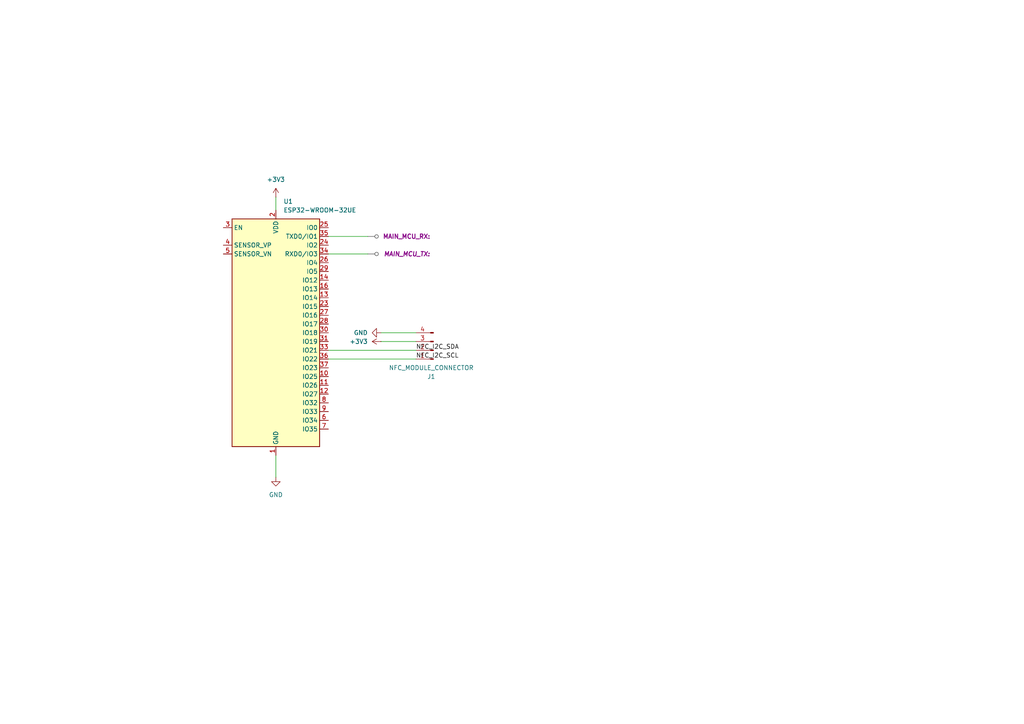
<source format=kicad_sch>
(kicad_sch (version 20231120) (generator "eeschema") (generator_version "8.0")
  (paper "A4")
  (lib_symbols
    (symbol "Connector:Conn_01x04_Pin" (pin_names (offset 1.016) hide)
      (property "Reference" "J" (at 0 5.08 0))
      (property "Value" "Conn_01x04_Pin" (at 0 -7.62 0))
      (symbol "Conn_01x04_Pin_1_1"
        (polyline (pts (xy 1.27 -5.08) (xy 0.8636 -5.08)) (stroke (width 0.1524)))
        (polyline (pts (xy 1.27 -2.54) (xy 0.8636 -2.54)) (stroke (width 0.1524)))
        (polyline (pts (xy 1.27 0) (xy 0.8636 0)) (stroke (width 0.1524)))
        (polyline (pts (xy 1.27 2.54) (xy 0.8636 2.54)) (stroke (width 0.1524)))
        (rectangle (start 0.8636 -4.953) (end 0 -5.207) (stroke (width 0.1524)) (fill (type outline)))
        (rectangle (start 0.8636 -2.413) (end 0 -2.667) (stroke (width 0.1524)) (fill (type outline)))
        (rectangle (start 0.8636 0.127) (end 0 -0.127) (stroke (width 0.1524)) (fill (type outline)))
        (rectangle (start 0.8636 2.667) (end 0 2.413) (stroke (width 0.1524)) (fill (type outline)))
        (pin passive line (at 5.08 2.54 180) (length 3.81) (name "Pin_1") (number "1"))
        (pin passive line (at 5.08 0 180) (length 3.81) (name "Pin_2") (number "2"))
        (pin passive line (at 5.08 -2.54 180) (length 3.81) (name "Pin_3") (number "3"))
        (pin passive line (at 5.08 -5.08 180) (length 3.81) (name "Pin_4") (number "4"))
      )
    )
    (symbol "RF_Module:ESP32-WROOM-32UE"
      (property "Reference" "U" (at -12.7 34.29 0))
      (property "Value" "ESP32-WROOM-32UE" (at 1.27 34.29 0))
      (symbol "ESP32-WROOM-32UE_0_1"
        (rectangle (start -12.7 33.02) (end 12.7 -33.02) (stroke (width 0.254)) (fill (type background)))
      )
      (symbol "ESP32-WROOM-32UE_1_1"
        (pin power_in line (at 0 -35.56 90) (length 2.54) (name "GND") (number "1"))
        (pin bidirectional line (at 15.24 -12.7 180) (length 2.54) (name "IO25") (number "10"))
        (pin bidirectional line (at 15.24 -15.24 180) (length 2.54) (name "IO26") (number "11"))
        (pin bidirectional line (at 15.24 -17.78 180) (length 2.54) (name "IO27") (number "12"))
        (pin bidirectional line (at 15.24 10.16 180) (length 2.54) (name "IO14") (number "13"))
        (pin bidirectional line (at 15.24 15.24 180) (length 2.54) (name "IO12") (number "14"))
        (pin passive line (at 0 -35.56 90) (length 2.54) hide (name "GND") (number "15"))
        (pin bidirectional line (at 15.24 12.7 180) (length 2.54) (name "IO13") (number "16"))
        (pin no_connect line (at -12.7 -5.08 0) (length 2.54) hide (name "NC") (number "17"))
        (pin no_connect line (at -12.7 -7.62 0) (length 2.54) hide (name "NC") (number "18"))
        (pin no_connect line (at -12.7 -12.7 0) (length 2.54) hide (name "NC") (number "19"))
        (pin power_in line (at 0 35.56 270) (length 2.54) (name "VDD") (number "2"))
        (pin no_connect line (at -12.7 -10.16 0) (length 2.54) hide (name "NC") (number "20"))
        (pin no_connect line (at -12.7 0 0) (length 2.54) hide (name "NC") (number "21"))
        (pin no_connect line (at -12.7 -2.54 0) (length 2.54) hide (name "NC") (number "22"))
        (pin bidirectional line (at 15.24 7.62 180) (length 2.54) (name "IO15") (number "23"))
        (pin bidirectional line (at 15.24 25.4 180) (length 2.54) (name "IO2") (number "24"))
        (pin bidirectional line (at 15.24 30.48 180) (length 2.54) (name "IO0") (number "25"))
        (pin bidirectional line (at 15.24 20.32 180) (length 2.54) (name "IO4") (number "26"))
        (pin bidirectional line (at 15.24 5.08 180) (length 2.54) (name "IO16") (number "27"))
        (pin bidirectional line (at 15.24 2.54 180) (length 2.54) (name "IO17") (number "28"))
        (pin bidirectional line (at 15.24 17.78 180) (length 2.54) (name "IO5") (number "29"))
        (pin input line (at -15.24 30.48 0) (length 2.54) (name "EN") (number "3"))
        (pin bidirectional line (at 15.24 0 180) (length 2.54) (name "IO18") (number "30"))
        (pin bidirectional line (at 15.24 -2.54 180) (length 2.54) (name "IO19") (number "31"))
        (pin no_connect line (at -12.7 -27.94 0) (length 2.54) hide (name "NC") (number "32"))
        (pin bidirectional line (at 15.24 -5.08 180) (length 2.54) (name "IO21") (number "33"))
        (pin bidirectional line (at 15.24 22.86 180) (length 2.54) (name "RXD0/IO3") (number "34"))
        (pin bidirectional line (at 15.24 27.94 180) (length 2.54) (name "TXD0/IO1") (number "35"))
        (pin bidirectional line (at 15.24 -7.62 180) (length 2.54) (name "IO22") (number "36"))
        (pin bidirectional line (at 15.24 -10.16 180) (length 2.54) (name "IO23") (number "37"))
        (pin passive line (at 0 -35.56 90) (length 2.54) hide (name "GND") (number "38"))
        (pin passive line (at 0 -35.56 90) (length 2.54) hide (name "GND") (number "39"))
        (pin input line (at -15.24 25.4 0) (length 2.54) (name "SENSOR_VP") (number "4"))
        (pin input line (at -15.24 22.86 0) (length 2.54) (name "SENSOR_VN") (number "5"))
        (pin input line (at 15.24 -25.4 180) (length 2.54) (name "IO34") (number "6"))
        (pin input line (at 15.24 -27.94 180) (length 2.54) (name "IO35") (number "7"))
        (pin bidirectional line (at 15.24 -20.32 180) (length 2.54) (name "IO32") (number "8"))
        (pin bidirectional line (at 15.24 -22.86 180) (length 2.54) (name "IO33") (number "9"))
      )
    )
    (symbol "power:+3V3" (power) (pin_numbers hide) (pin_names (offset 0) hide)
      (property "Value" "+3V3" (at 0 3.556 0))
      (symbol "+3V3_0_1"
        (polyline (pts (xy -0.762 1.27) (xy 0 2.54)))
        (polyline (pts (xy 0 0) (xy 0 2.54)))
        (polyline (pts (xy 0 2.54) (xy 0.762 1.27)))
      )
      (symbol "+3V3_1_1"
        (pin power_in line (at 0 0 90) (length 0) (name "~") (number "1"))
      )
    )
    (symbol "power:GND" (power) (pin_numbers hide) (pin_names (offset 0) hide)
      (property "Value" "GND" (at 0 -3.81 0))
      (symbol "GND_0_1"
        (polyline (pts (xy 0 0) (xy 0 -1.27) (xy 1.27 -1.27) (xy 0 -2.54) (xy -1.27 -1.27) (xy 0 -1.27)))
      )
      (symbol "GND_1_1"
        (pin power_in line (at 0 0 270) (length 0) (name "~") (number "1"))
      )
    )
  )
  (wire (pts (xy 106.68 68.58) (xy 95.25 68.58)))
  (wire (pts (xy 95.25 101.6) (xy 120.65 101.6)))
  (wire (pts (xy 110.49 96.52) (xy 120.65 96.52)))
  (wire (pts (xy 95.25 73.66) (xy 106.68 73.66)))
  (wire (pts (xy 95.25 104.14) (xy 120.65 104.14)))
  (wire (pts (xy 80.01 132.08) (xy 80.01 138.43)))
  (wire (pts (xy 80.01 57.15) (xy 80.01 60.96)))
  (wire (pts (xy 110.49 99.06) (xy 120.65 99.06)))
  (label "NFC_I2C_SCL" (at 120.65 104.14 0))
  (label "NFC_I2C_SDA" (at 120.65 101.6 0))
  (netclass_flag "" (length 2.54) (shape round) (at 106.68 68.58 270))
  (netclass_flag "" (length 2.54) (shape round) (at 106.68 73.66 270))
  (symbol (lib_id "power:GND") (at 110.49 96.52 270) (unit 1)
    (property "Reference" "#PWR03" (effects (hide yes)))
    (property "Value" "GND" (at 106.68 96.5199 90) (effects (justify right)))
    (property "Description" "Power symbol creates a global label with name \"GND\" , ground" (effects (hide yes)))
  )
  (symbol (lib_id "power:+3V3") (at 110.49 99.06 90) (unit 1)
    (property "Reference" "#PWR04" (effects (hide yes)))
    (property "Value" "+3V3" (at 106.68 99.0599 90) (effects (justify left)))
    (property "Description" "Power symbol creates a global label with name \"+3V3\"" (effects (hide yes)))
  )
  (symbol (lib_id "Connector:Conn_01x04_Pin") (at 125.73 101.6 180) (unit 1)
    (property "Reference" "J1" (at 125.095 109.22 0))
    (property "Value" "NFC_MODULE_CONNECTOR" (at 125.095 106.68 0))
    (property "Description" "Generic connector, single row, 01x04, script generated" (effects (hide yes)))
  )
  (symbol (lib_id "power:+3V3") (at 80.01 57.15 0) (unit 1)
    (property "Reference" "#PWR02" (effects (hide yes)))
    (property "Value" "+3V3" (at 80.01 52.07 0))
    (property "Description" "Power symbol creates a global label with name \"+3V3\"" (effects (hide yes)))
  )
  (symbol (lib_id "power:GND") (at 80.01 138.43 0) (unit 1)
    (property "Reference" "#PWR01" (effects (hide yes)))
    (property "Value" "GND" (at 80.01 143.51 0))
    (property "Description" "Power symbol creates a global label with name \"GND\" , ground" (effects (hide yes)))
  )
  (symbol (lib_id "RF_Module:ESP32-WROOM-32UE") (at 80.01 96.52 0) (unit 1)
    (property "Reference" "U1" (at 82.2041 58.42 0) (effects (justify left)))
    (property "Value" "ESP32-WROOM-32UE" (at 82.2041 60.96 0) (effects (justify left)))
    (property "Footprint" "RF_Module:ESP32-WROOM-32UE" (effects (hide yes)))
    (property "Datasheet" "https://www.espressif.com/sites/default/files/documentation/esp32-wroom-32e_esp32-wroom-32ue_datasheet_en.pdf" (effects (hide yes)))
    (property "Description" "RF Module, ESP32-D0WD-V3 SoC, without PSRAM, Wi-Fi 802.11b/g/n, Bluetooth, BLE, 32-bit, 2.7-3.6V, external antenna, SMD" (effects (hide yes)))
  )
)
</source>
